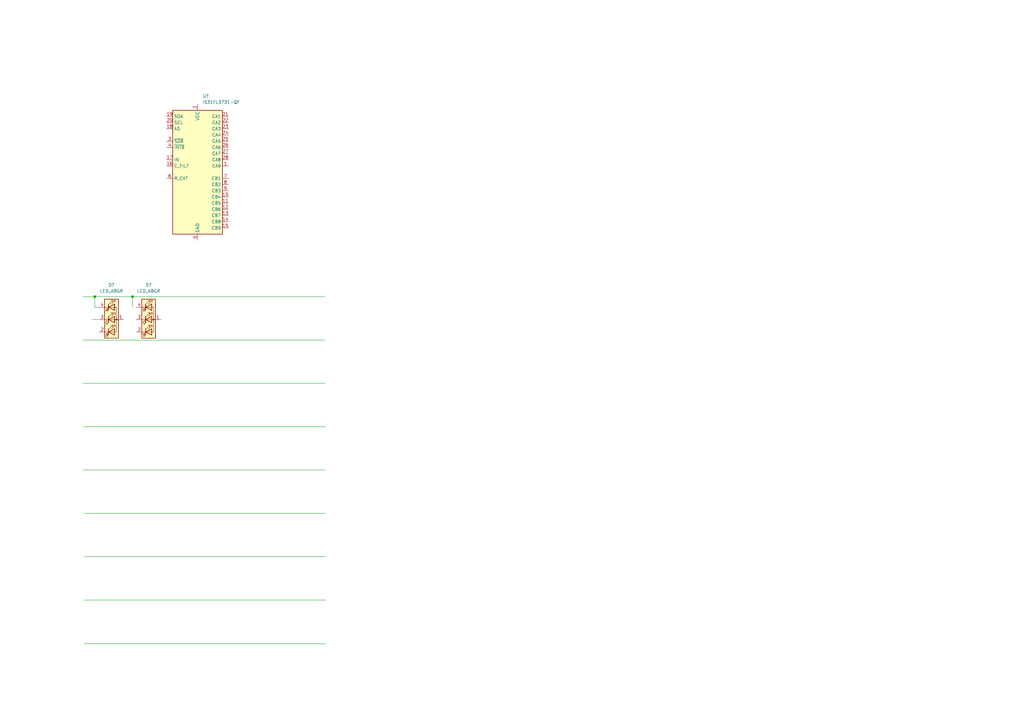
<source format=kicad_sch>
(kicad_sch (version 20211123) (generator eeschema)
  (paper "A3")
  (lib_symbols
    (symbol "Device:LED_ABGR" (pin_names (offset 0) hide)
      (property "Reference" "D" (at 0 9.398 0))
      (property "Value" "LED_ABGR" (at 0 -8.89 0))
      (symbol "LED_ABGR_0_0"
        (text "B" (at -1.905 -6.35 0) (effects (font (size 1.27 1.27))))
        (text "G" (at -1.905 -1.27 0) (effects (font (size 1.27 1.27))))
        (text "R" (at -1.905 3.81 0) (effects (font (size 1.27 1.27))))
      )
      (symbol "LED_ABGR_0_1"
        (polyline (pts (xy -1.27 -5.08) (xy -2.54 -5.08)))
        (polyline (pts (xy -1.27 -5.08) (xy 1.27 -5.08)))
        (polyline (pts (xy -1.27 -3.81) (xy -1.27 -6.35)) (stroke (width 0.254)))
        (polyline (pts (xy -1.27 0) (xy -2.54 0)))
        (polyline (pts (xy -1.27 1.27) (xy -1.27 -1.27)) (stroke (width 0.254)))
        (polyline (pts (xy -1.27 5.08) (xy -2.54 5.08)))
        (polyline (pts (xy -1.27 5.08) (xy 1.27 5.08)))
        (polyline (pts (xy -1.27 6.35) (xy -1.27 3.81)) (stroke (width 0.254)))
        (polyline (pts (xy 1.27 0) (xy -1.27 0)))
        (polyline (pts (xy 1.27 0) (xy 2.54 0)))
        (polyline (pts (xy -1.27 1.27) (xy -1.27 -1.27) (xy -1.27 -1.27)))
        (polyline (pts (xy -1.27 6.35) (xy -1.27 3.81) (xy -1.27 3.81)))
        (polyline (pts (xy 1.27 -5.08) (xy 2.032 -5.08) (xy 2.032 5.08) (xy 1.27 5.08)))
        (polyline (pts (xy 1.27 -3.81) (xy 1.27 -6.35) (xy -1.27 -5.08) (xy 1.27 -3.81)) (stroke (width 0.254)))
        (polyline (pts (xy 1.27 1.27) (xy 1.27 -1.27) (xy -1.27 0) (xy 1.27 1.27)) (stroke (width 0.254)))
        (polyline (pts (xy 1.27 6.35) (xy 1.27 3.81) (xy -1.27 5.08) (xy 1.27 6.35)) (stroke (width 0.254)))
        (polyline (pts (xy -1.016 -3.81) (xy 0.508 -2.286) (xy -0.254 -2.286) (xy 0.508 -2.286) (xy 0.508 -3.048)))
        (polyline (pts (xy -1.016 1.27) (xy 0.508 2.794) (xy -0.254 2.794) (xy 0.508 2.794) (xy 0.508 2.032)))
        (polyline (pts (xy -1.016 6.35) (xy 0.508 7.874) (xy -0.254 7.874) (xy 0.508 7.874) (xy 0.508 7.112)))
        (polyline (pts (xy 0 -3.81) (xy 1.524 -2.286) (xy 0.762 -2.286) (xy 1.524 -2.286) (xy 1.524 -3.048)))
        (polyline (pts (xy 0 1.27) (xy 1.524 2.794) (xy 0.762 2.794) (xy 1.524 2.794) (xy 1.524 2.032)))
        (polyline (pts (xy 0 6.35) (xy 1.524 7.874) (xy 0.762 7.874) (xy 1.524 7.874) (xy 1.524 7.112)))
        (rectangle (start 1.27 -1.27) (end 1.27 1.27))
        (rectangle (start 1.27 1.27) (end 1.27 1.27))
        (rectangle (start 1.27 3.81) (end 1.27 6.35))
        (rectangle (start 1.27 6.35) (end 1.27 6.35))
        (circle (center 2.032 0) (radius 0.254) (fill (type outline)))
        (rectangle (start 2.794 8.382) (end -2.794 -7.62) (stroke (width 0.254)) (fill (type background)))
      )
      (symbol "LED_ABGR_1_1"
        (pin passive line (at 5.08 0 180) (length 2.54) (name "A") (number "1"))
        (pin passive line (at -5.08 -5.08 0) (length 2.54) (name "BK") (number "2"))
        (pin passive line (at -5.08 0 0) (length 2.54) (name "GK") (number "3"))
        (pin passive line (at -5.08 5.08 0) (length 2.54) (name "RK") (number "4"))
      )
    )
    (symbol "Driver_LED:IS31FL3731-QF"
      (property "Reference" "U" (at -10.16 26.035 0))
      (property "Value" "IS31FL3731-QF" (at 2.54 -26.035 0))
      (symbol "IS31FL3731-QF_0_1"
        (rectangle (start -10.16 25.4) (end 10.16 -25.4) (stroke (width 0.254)) (fill (type background)))
      )
      (symbol "IS31FL3731-QF_1_1"
        (pin bidirectional line (at 12.7 2.54 180) (length 2.54) (name "CA9") (number "1"))
        (pin bidirectional line (at 12.7 -10.16 180) (length 2.54) (name "CB4") (number "10"))
        (pin bidirectional line (at 12.7 -12.7 180) (length 2.54) (name "CB5") (number "11"))
        (pin bidirectional line (at 12.7 -15.24 180) (length 2.54) (name "CB6") (number "12"))
        (pin bidirectional line (at 12.7 -17.78 180) (length 2.54) (name "CB7") (number "13"))
        (pin bidirectional line (at 12.7 -20.32 180) (length 2.54) (name "CB8") (number "14"))
        (pin bidirectional line (at 12.7 -22.86 180) (length 2.54) (name "CB9") (number "15"))
        (pin passive line (at -12.7 2.54 0) (length 2.54) (name "C_FILT") (number "16"))
        (pin input line (at -12.7 5.08 0) (length 2.54) (name "IN") (number "17"))
        (pin input line (at -12.7 17.78 0) (length 2.54) (name "AD") (number "18"))
        (pin bidirectional line (at -12.7 22.86 0) (length 2.54) (name "SDA") (number "19"))
        (pin power_in line (at 0 27.94 270) (length 2.54) (name "VCC") (number "2"))
        (pin input line (at -12.7 20.32 0) (length 2.54) (name "SCL") (number "20"))
        (pin bidirectional line (at 12.7 22.86 180) (length 2.54) (name "CA1") (number "21"))
        (pin bidirectional line (at 12.7 20.32 180) (length 2.54) (name "CA2") (number "22"))
        (pin bidirectional line (at 12.7 17.78 180) (length 2.54) (name "CA3") (number "23"))
        (pin bidirectional line (at 12.7 15.24 180) (length 2.54) (name "CA4") (number "24"))
        (pin bidirectional line (at 12.7 12.7 180) (length 2.54) (name "CA5") (number "25"))
        (pin bidirectional line (at 12.7 10.16 180) (length 2.54) (name "CA6") (number "26"))
        (pin bidirectional line (at 12.7 7.62 180) (length 2.54) (name "CA7") (number "27"))
        (pin bidirectional line (at 12.7 5.08 180) (length 2.54) (name "CA8") (number "28"))
        (pin passive line (at 0 -27.94 90) (length 2.54) hide (name "GND") (number "29"))
        (pin input line (at -12.7 12.7 0) (length 2.54) (name "~{SDB}") (number "3"))
        (pin open_collector line (at -12.7 10.16 0) (length 2.54) (name "~{INTB}") (number "4"))
        (pin power_in line (at 0 -27.94 90) (length 2.54) (name "GND") (number "5"))
        (pin passive line (at -12.7 -2.54 0) (length 2.54) (name "R_EXT") (number "6"))
        (pin bidirectional line (at 12.7 -2.54 180) (length 2.54) (name "CB1") (number "7"))
        (pin bidirectional line (at 12.7 -5.08 180) (length 2.54) (name "CB2") (number "8"))
        (pin bidirectional line (at 12.7 -7.62 180) (length 2.54) (name "CB3") (number "9"))
      )
    )
  )
  (junction (at 38.862 121.666))
  (junction (at 54.356 121.666))
  (wire (pts (xy 38.862 125.984) (xy 38.862 121.666)))
  (wire (pts (xy 40.64 125.984) (xy 38.862 125.984)))
  (wire (pts (xy 34.036 121.666) (xy 38.862 121.666)))
  (wire (pts (xy 34.497 264.0176) (xy 133.557 264.0176)))
  (wire (pts (xy 54.356 121.666) (xy 133.096 121.666)))
  (wire (pts (xy 34.2886 175.03) (xy 133.3486 175.03)))
  (wire (pts (xy 34.1623 139.4856) (xy 133.2223 139.4856)))
  (wire (pts (xy 34.3707 228.2899) (xy 133.4307 228.2899)))
  (wire (pts (xy 34.1623 157.2104) (xy 133.2223 157.2104)))
  (wire (pts (xy 34.3707 210.5651) (xy 133.4307 210.5651)))
  (wire (pts (xy 38.862 121.666) (xy 54.356 121.666)))
  (wire (pts (xy 34.497 246.1095) (xy 133.557 246.1095)))
  (wire (pts (xy 54.356 121.666) (xy 54.356 125.984)))
  (wire (pts (xy 40.64 131.064) (xy 37.592 131.064)))
  (wire (pts (xy 34.2444 192.7455) (xy 133.3044 192.7455)))
  (symbol (lib_id "Driver_LED:IS31FL3731-QF") (at 81.026 70.612 0) (unit 1)
    (property "Reference" "U?" (at 83.0454 39.37 0) (effects (justify left)))
    (property "Value" "IS31FL3731-QF" (at 83.0454 41.91 0) (effects (justify left)))
    (property "Footprint" "Package_DFN_QFN:QFN-28-1EP_4x4mm_P0.4mm_EP2.3x2.3mm" (effects hide))
    (property "Datasheet" "http://www.issi.com/WW/pdf/31FL3731.pdf" (effects hide))
  )
  (symbol (lib_id "Device:LED_ABGR") (at 60.9599 131.064 0) (unit 1)
    (property "Reference" "D?" (at 60.9599 116.84 0))
    (property "Value" "LED_ABGR" (at 60.9599 119.38 0))
  )
  (symbol (lib_id "Device:LED_ABGR") (at 45.72 131.064 0) (unit 1)
    (property "Reference" "D?" (at 45.72 116.84 0))
    (property "Value" "LED_ABGR" (at 45.72 119.38 0))
  )
)
</source>
